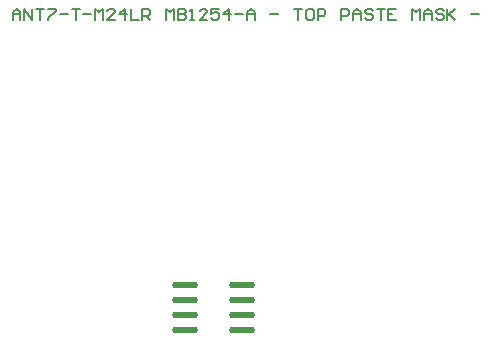
<source format=gtp>
G04 Layer_Color=16776960*
%FSLAX44Y44*%
%MOMM*%
G71*
G01*
G75*
%ADD10O,2.2000X0.5500*%
%ADD13C,0.1500*%
D10*
X51000Y96250D02*
D03*
Y83550D02*
D03*
Y70850D02*
D03*
Y58150D02*
D03*
X99000Y96250D02*
D03*
Y83550D02*
D03*
Y70850D02*
D03*
Y58150D02*
D03*
D13*
X-95000Y320000D02*
Y326665D01*
X-91668Y329997D01*
X-88336Y326665D01*
Y320000D01*
Y324998D01*
X-95000D01*
X-85003Y320000D02*
Y329997D01*
X-78339Y320000D01*
Y329997D01*
X-75006D02*
X-68342D01*
X-71674D01*
Y320000D01*
X-65010Y329997D02*
X-58345D01*
Y328331D01*
X-65010Y321666D01*
Y320000D01*
X-55013Y324998D02*
X-48348D01*
X-45016Y329997D02*
X-38352D01*
X-41684D01*
Y320000D01*
X-35019Y324998D02*
X-28355D01*
X-25022Y320000D02*
Y329997D01*
X-21690Y326665D01*
X-18358Y329997D01*
Y320000D01*
X-8361D02*
X-15026D01*
X-8361Y326665D01*
Y328331D01*
X-10027Y329997D01*
X-13360D01*
X-15026Y328331D01*
X-31Y320000D02*
Y329997D01*
X-5029Y324998D01*
X1636D01*
X4968Y329997D02*
Y320000D01*
X11632D01*
X14965D02*
Y329997D01*
X19963D01*
X21629Y328331D01*
Y324998D01*
X19963Y323332D01*
X14965D01*
X18297D02*
X21629Y320000D01*
X34958D02*
Y329997D01*
X38290Y326665D01*
X41623Y329997D01*
Y320000D01*
X44955Y329997D02*
Y320000D01*
X49953D01*
X51619Y321666D01*
Y323332D01*
X49953Y324998D01*
X44955D01*
X49953D01*
X51619Y326665D01*
Y328331D01*
X49953Y329997D01*
X44955D01*
X54952Y320000D02*
X58284D01*
X56618D01*
Y329997D01*
X54952Y328331D01*
X69947Y320000D02*
X63282D01*
X69947Y326665D01*
Y328331D01*
X68281Y329997D01*
X64949D01*
X63282Y328331D01*
X79944Y329997D02*
X73279D01*
Y324998D01*
X76611Y326665D01*
X78278D01*
X79944Y324998D01*
Y321666D01*
X78278Y320000D01*
X74945D01*
X73279Y321666D01*
X88274Y320000D02*
Y329997D01*
X83276Y324998D01*
X89940D01*
X93273D02*
X99937D01*
X103270Y320000D02*
Y326665D01*
X106602Y329997D01*
X109934Y326665D01*
Y320000D01*
Y324998D01*
X103270D01*
X123263D02*
X129928D01*
X143257Y329997D02*
X149921D01*
X146589D01*
Y320000D01*
X158252Y329997D02*
X154920D01*
X153253Y328331D01*
Y321666D01*
X154920Y320000D01*
X158252D01*
X159918Y321666D01*
Y328331D01*
X158252Y329997D01*
X163250Y320000D02*
Y329997D01*
X168249D01*
X169915Y328331D01*
Y324998D01*
X168249Y323332D01*
X163250D01*
X183244Y320000D02*
Y329997D01*
X188242D01*
X189908Y328331D01*
Y324998D01*
X188242Y323332D01*
X183244D01*
X193241Y320000D02*
Y326665D01*
X196573Y329997D01*
X199905Y326665D01*
Y320000D01*
Y324998D01*
X193241D01*
X209902Y328331D02*
X208236Y329997D01*
X204903D01*
X203237Y328331D01*
Y326665D01*
X204903Y324998D01*
X208236D01*
X209902Y323332D01*
Y321666D01*
X208236Y320000D01*
X204903D01*
X203237Y321666D01*
X213234Y329997D02*
X219898D01*
X216566D01*
Y320000D01*
X229895Y329997D02*
X223231D01*
Y320000D01*
X229895D01*
X223231Y324998D02*
X226563D01*
X243224Y320000D02*
Y329997D01*
X246557Y326665D01*
X249889Y329997D01*
Y320000D01*
X253221D02*
Y326665D01*
X256553Y329997D01*
X259886Y326665D01*
Y320000D01*
Y324998D01*
X253221D01*
X269882Y328331D02*
X268216Y329997D01*
X264884D01*
X263218Y328331D01*
Y326665D01*
X264884Y324998D01*
X268216D01*
X269882Y323332D01*
Y321666D01*
X268216Y320000D01*
X264884D01*
X263218Y321666D01*
X273215Y329997D02*
Y320000D01*
Y323332D01*
X279879Y329997D01*
X274881Y324998D01*
X279879Y320000D01*
X293208Y324998D02*
X299873D01*
M02*

</source>
